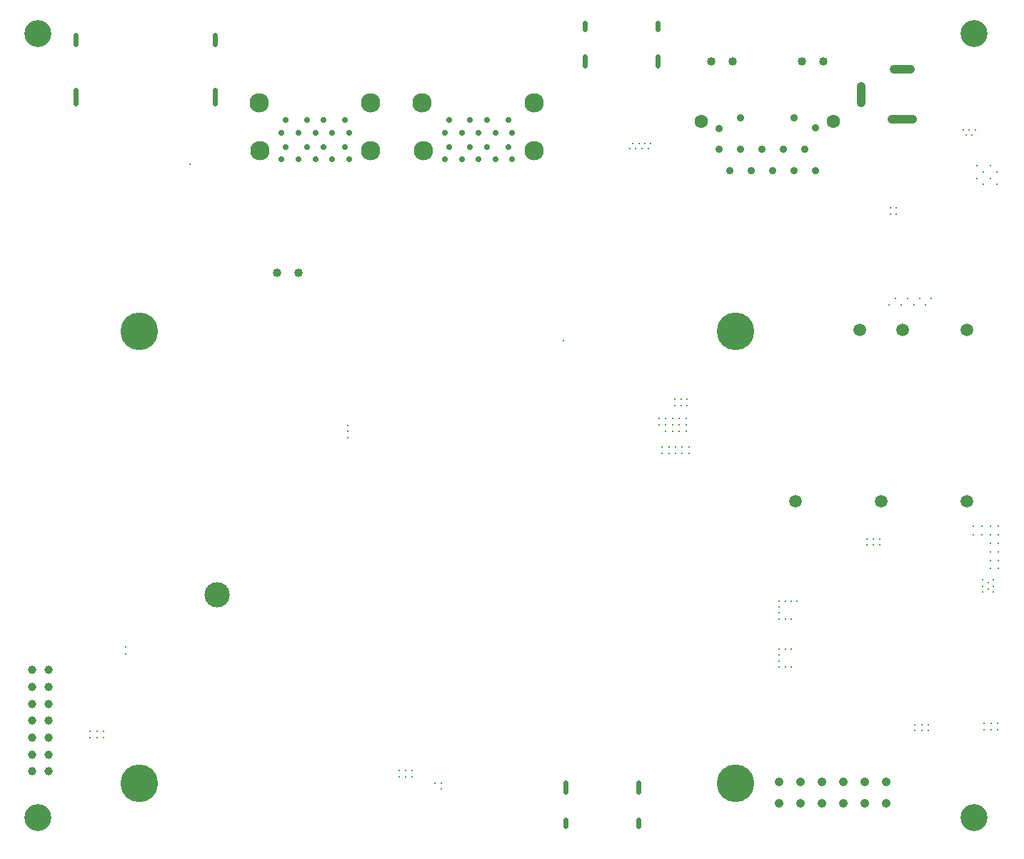
<source format=gbr>
%TF.GenerationSoftware,KiCad,Pcbnew,5.1.9+dfsg1-1*%
%TF.CreationDate,2022-05-02T11:56:59+02:00*%
%TF.ProjectId,kria-k26-devboard,6b726961-2d6b-4323-962d-646576626f61,rev?*%
%TF.SameCoordinates,Original*%
%TF.FileFunction,Plated,1,8,PTH,Mixed*%
%TF.FilePolarity,Positive*%
%FSLAX46Y46*%
G04 Gerber Fmt 4.6, Leading zero omitted, Abs format (unit mm)*
G04 Created by KiCad (PCBNEW 5.1.9+dfsg1-1) date 2022-05-02 11:56:59 commit 95c84ef*
%MOMM*%
%LPD*%
G01*
G04 APERTURE LIST*
%TA.AperFunction,ViaDrill*%
%ADD10C,0.100000*%
%TD*%
%TA.AperFunction,ViaDrill*%
%ADD11C,0.150000*%
%TD*%
%TA.AperFunction,ViaDrill*%
%ADD12C,0.200000*%
%TD*%
%TA.AperFunction,ViaDrill*%
%ADD13C,0.250000*%
%TD*%
G04 aperture for slot hole*
%TA.AperFunction,ComponentDrill*%
%ADD14C,0.600000*%
%TD*%
%TA.AperFunction,ComponentDrill*%
%ADD15C,0.700000*%
%TD*%
%TA.AperFunction,ComponentDrill*%
%ADD16C,0.889000*%
%TD*%
%TA.AperFunction,ComponentDrill*%
%ADD17C,1.000000*%
%TD*%
G04 aperture for slot hole*
%TA.AperFunction,ComponentDrill*%
%ADD18C,1.000000*%
%TD*%
%TA.AperFunction,ComponentDrill*%
%ADD19C,1.016000*%
%TD*%
%TA.AperFunction,ComponentDrill*%
%ADD20C,1.020000*%
%TD*%
%TA.AperFunction,ComponentDrill*%
%ADD21C,1.040000*%
%TD*%
%TA.AperFunction,ComponentDrill*%
%ADD22C,1.500000*%
%TD*%
%TA.AperFunction,ComponentDrill*%
%ADD23C,1.600000*%
%TD*%
%TA.AperFunction,ComponentDrill*%
%ADD24C,1.600200*%
%TD*%
%TA.AperFunction,ComponentDrill*%
%ADD25C,2.300000*%
%TD*%
%TA.AperFunction,ComponentDrill*%
%ADD26C,3.000000*%
%TD*%
%TA.AperFunction,ComponentDrill*%
%ADD27C,3.200000*%
%TD*%
%TA.AperFunction,ComponentDrill*%
%ADD28C,4.450000*%
%TD*%
G04 APERTURE END LIST*
D10*
X77800000Y-102310000D03*
X77800000Y-103700000D03*
X77950000Y-100867514D03*
X77950001Y-99477514D03*
X78000000Y-106500000D03*
X78000001Y-105110000D03*
X78100000Y-112700000D03*
X78150000Y-111400000D03*
X78200000Y-102705467D03*
X78200000Y-103301468D03*
X78350000Y-99872981D03*
X78350000Y-100468982D03*
X78350000Y-101298532D03*
X78350000Y-101894533D03*
X78350000Y-104098532D03*
X78350000Y-104694533D03*
X78425000Y-113206018D03*
X78425000Y-113801468D03*
X78550000Y-105505467D03*
X78550000Y-106101468D03*
X78575000Y-110010000D03*
X78600000Y-111798532D03*
X78600000Y-112394533D03*
X78749999Y-102290000D03*
X78750000Y-100900000D03*
X78824999Y-114197486D03*
X78825000Y-112807486D03*
X78849999Y-105090000D03*
X78850000Y-103700000D03*
X78875000Y-108567514D03*
X78875001Y-107177514D03*
X78900000Y-129350000D03*
X78975000Y-110405467D03*
X78975000Y-111001468D03*
X79125000Y-108998532D03*
X79125000Y-109594533D03*
X79225000Y-78530000D03*
X79275000Y-107572981D03*
X79275000Y-108168982D03*
X79374999Y-111397486D03*
X79390000Y-77430000D03*
X79390000Y-79640000D03*
X79524999Y-109990000D03*
X79525000Y-108600000D03*
X80175000Y-97750000D03*
X80200000Y-98750000D03*
X80480000Y-76970000D03*
X80480000Y-80110000D03*
X80700000Y-98250008D03*
X80700000Y-136000000D03*
X81550000Y-77430000D03*
X81560000Y-79640000D03*
X81725000Y-78530000D03*
X82300000Y-122400000D03*
X82325000Y-123025000D03*
X82350000Y-121100000D03*
X82350000Y-121750000D03*
X82500000Y-136000000D03*
X82900000Y-93600000D03*
X82900000Y-94200000D03*
X82900000Y-94800000D03*
X83000000Y-95700000D03*
X83075000Y-105750000D03*
X83075000Y-107250000D03*
X83075000Y-108750000D03*
X83075000Y-110250000D03*
X83200000Y-99175000D03*
X83254500Y-101650000D03*
X83600000Y-121100000D03*
X84030000Y-72725000D03*
X84150000Y-122800000D03*
X84150000Y-123850000D03*
X84200000Y-121900000D03*
X84500000Y-125350000D03*
X84632000Y-72725000D03*
X85100000Y-125800000D03*
X85154510Y-96070000D03*
X85160000Y-93340000D03*
X85160000Y-94250000D03*
X85160000Y-95170000D03*
X85178000Y-72725000D03*
X85250000Y-67150000D03*
X85780000Y-72721000D03*
X85800000Y-126450000D03*
X86000000Y-67825000D03*
X86000000Y-69799976D03*
X86100000Y-116900000D03*
X86100000Y-117800000D03*
X86100000Y-118700000D03*
X86100000Y-119600000D03*
X86190557Y-112251723D03*
X86230000Y-72700000D03*
X86500000Y-123700000D03*
X86550000Y-127100000D03*
X86700000Y-121800000D03*
X86750000Y-67200000D03*
X86832000Y-72700000D03*
X87000000Y-127699990D03*
X87378000Y-72700000D03*
X87980000Y-72696000D03*
X88140557Y-113601723D03*
X88250000Y-67200000D03*
X88400000Y-116900000D03*
X88400000Y-117500000D03*
X88400000Y-118900000D03*
X88400000Y-119600000D03*
X88706500Y-100469000D03*
X88706500Y-103009000D03*
X88706500Y-105549000D03*
X89263000Y-101747000D03*
X89263000Y-104287000D03*
X89263000Y-106827000D03*
X89300000Y-98275000D03*
X89300006Y-98900000D03*
X89346500Y-100476500D03*
X89346500Y-103016501D03*
X89346500Y-105556500D03*
X89400000Y-99525000D03*
X89446500Y-109359000D03*
X89446500Y-109994000D03*
X89446500Y-111264000D03*
X89446500Y-111899000D03*
X89446500Y-113169000D03*
X89446500Y-113804000D03*
X89446500Y-115074000D03*
X89446500Y-115709000D03*
X89446500Y-116979000D03*
X89446500Y-117614000D03*
X89446500Y-118884000D03*
X89446500Y-119519000D03*
X89446500Y-120789000D03*
X89446500Y-121424000D03*
X89446500Y-122694000D03*
X89446500Y-123329000D03*
X89446500Y-124599000D03*
X89446500Y-125234000D03*
X89446500Y-126504000D03*
X89446500Y-127139000D03*
X89446500Y-128409000D03*
X89446500Y-129044000D03*
X89446500Y-130314000D03*
X89446500Y-130949000D03*
X89446500Y-132219000D03*
X89446500Y-132854000D03*
X89446500Y-134124000D03*
X89446500Y-134759000D03*
X89446500Y-136029000D03*
X89446500Y-136664000D03*
X89673000Y-101747000D03*
X89673000Y-104287000D03*
X89673000Y-106827000D03*
X89750000Y-67200000D03*
X89800000Y-69500000D03*
X89925000Y-98275000D03*
X90225000Y-75325000D03*
X90250000Y-71400000D03*
X90299710Y-132227333D03*
X90300000Y-108100000D03*
X90300000Y-110005000D03*
X90300000Y-111270000D03*
X90300000Y-111910000D03*
X90300000Y-113815000D03*
X90300000Y-115080000D03*
X90300000Y-115720000D03*
X90300000Y-116985000D03*
X90300000Y-117625000D03*
X90300000Y-118890000D03*
X90300000Y-119530000D03*
X90300000Y-120795000D03*
X90300000Y-121435000D03*
X90300000Y-122700000D03*
X90300000Y-123340000D03*
X90300000Y-124605000D03*
X90300000Y-125245000D03*
X90300000Y-126510000D03*
X90300000Y-127150000D03*
X90300000Y-128415000D03*
X90300000Y-129055000D03*
X90300000Y-130320000D03*
X90300000Y-130960000D03*
X90300000Y-132865000D03*
X90300000Y-134130000D03*
X90300000Y-134770000D03*
X90306500Y-100476500D03*
X90306500Y-103016500D03*
X90306500Y-105556500D03*
X90313000Y-101743000D03*
X90313000Y-104283000D03*
X90313000Y-106823000D03*
X90320704Y-113195704D03*
X90343031Y-109396769D03*
X90375000Y-98570000D03*
X90375000Y-99195000D03*
X90406500Y-136029000D03*
X90406500Y-136664000D03*
X90500000Y-73250000D03*
X90700000Y-69500000D03*
X90700000Y-83700000D03*
X90940000Y-100476500D03*
X90940000Y-103016500D03*
X90940000Y-105556500D03*
X91000000Y-74850000D03*
X91166500Y-101754000D03*
X91166500Y-104294000D03*
X91166500Y-106834000D03*
X91166500Y-108104000D03*
X91166500Y-109373999D03*
X91166500Y-110009000D03*
X91166500Y-111278999D03*
X91166500Y-111914000D03*
X91166500Y-113183999D03*
X91166500Y-113819000D03*
X91166500Y-115088999D03*
X91166500Y-115724000D03*
X91166500Y-116993999D03*
X91166500Y-117629000D03*
X91166500Y-118898999D03*
X91166500Y-119534000D03*
X91166500Y-120803999D03*
X91166500Y-121439000D03*
X91166500Y-122708999D03*
X91166500Y-123344000D03*
X91166500Y-124613999D03*
X91166500Y-125249000D03*
X91166500Y-126518999D03*
X91166500Y-127154000D03*
X91166500Y-128423999D03*
X91166500Y-129059000D03*
X91166500Y-130328999D03*
X91166500Y-130964000D03*
X91166500Y-132233999D03*
X91166500Y-132869000D03*
X91166500Y-134138999D03*
X91166500Y-134774000D03*
X91300000Y-75700000D03*
X91350000Y-100476500D03*
X91350000Y-103016500D03*
X91350000Y-105556500D03*
X91450000Y-75200000D03*
X91550000Y-67750000D03*
X91650000Y-69350000D03*
X91803000Y-101746500D03*
X91803000Y-104286500D03*
X91803000Y-106826500D03*
X91900000Y-85050000D03*
X91900000Y-85600000D03*
X91900000Y-86100000D03*
X91900000Y-86700000D03*
X91978073Y-123320573D03*
X91981386Y-111940828D03*
X91986500Y-100469000D03*
X91986500Y-103009000D03*
X91986500Y-105549000D03*
X91986500Y-108089000D03*
X91986500Y-109359000D03*
X91986500Y-109994000D03*
X91986500Y-113169000D03*
X91986500Y-113804000D03*
X91986500Y-115074000D03*
X91986500Y-115709000D03*
X91986500Y-116979000D03*
X91986500Y-117614000D03*
X91986500Y-118884000D03*
X91986500Y-119519000D03*
X91986500Y-120789000D03*
X91986500Y-121424000D03*
X91986500Y-122694000D03*
X91986500Y-124599000D03*
X91986500Y-125234000D03*
X91986500Y-126504000D03*
X91986500Y-127139000D03*
X91986500Y-128409000D03*
X91986500Y-129044000D03*
X91986500Y-130314000D03*
X91986500Y-130949000D03*
X91986500Y-132219000D03*
X91986500Y-132854000D03*
X91986500Y-134124000D03*
X91986500Y-134759000D03*
X91986500Y-136029000D03*
X91986500Y-136664000D03*
X91988383Y-111231816D03*
X92007000Y-75204510D03*
X92213000Y-101746500D03*
X92213000Y-104286500D03*
X92213000Y-106826500D03*
X92250000Y-67200000D03*
X92375000Y-149300000D03*
X92553000Y-75204510D03*
X92800000Y-98600000D03*
X92800000Y-99225000D03*
X92840000Y-100480000D03*
X92840000Y-103020000D03*
X92840000Y-105560000D03*
X92840000Y-108100000D03*
X92840000Y-109365000D03*
X92840000Y-110005000D03*
X92840000Y-113175000D03*
X92840000Y-113815000D03*
X92840000Y-115080000D03*
X92840000Y-115720000D03*
X92840000Y-117625000D03*
X92840000Y-118890000D03*
X92840000Y-119530000D03*
X92840000Y-120795000D03*
X92840000Y-121435000D03*
X92840000Y-122700000D03*
X92840000Y-125245000D03*
X92840000Y-126510000D03*
X92840000Y-127150000D03*
X92840000Y-128415000D03*
X92840000Y-129055000D03*
X92840000Y-130320000D03*
X92840000Y-130960000D03*
X92840000Y-132225000D03*
X92840000Y-132865000D03*
X92840000Y-134130000D03*
X92840000Y-134770000D03*
X92846500Y-101746500D03*
X92846500Y-104286500D03*
X92846500Y-106826500D03*
X92852386Y-123338751D03*
X92854510Y-111910000D03*
X92863470Y-111293470D03*
X92946500Y-136029000D03*
X92998266Y-87900000D03*
X93050000Y-75200000D03*
X93250000Y-69400000D03*
X93250000Y-75700000D03*
X93300000Y-67250000D03*
X93301171Y-88334371D03*
X93400000Y-83700000D03*
X93480000Y-100476000D03*
X93480000Y-103016000D03*
X93480000Y-105556000D03*
X93480000Y-108096000D03*
X93500000Y-74850000D03*
X93697073Y-118908426D03*
X93706500Y-109373999D03*
X93706500Y-110009000D03*
X93706500Y-111278999D03*
X93706500Y-111914000D03*
X93706500Y-113183999D03*
X93706500Y-115088999D03*
X93706500Y-115724000D03*
X93706500Y-117629000D03*
X93706500Y-119534000D03*
X93706500Y-120803999D03*
X93706500Y-121439000D03*
X93706500Y-122708999D03*
X93706500Y-123344000D03*
X93706500Y-125249000D03*
X93706500Y-126510000D03*
X93706500Y-127154000D03*
X93706500Y-128423999D03*
X93706500Y-129059000D03*
X93706500Y-130328999D03*
X93706500Y-130964000D03*
X93706500Y-132233999D03*
X93706500Y-132869000D03*
X93706500Y-134138999D03*
X93706500Y-134774000D03*
X93750000Y-98000000D03*
X93750000Y-98600000D03*
X93750000Y-99225000D03*
X93800000Y-89200000D03*
X93806500Y-101746499D03*
X93806500Y-104286499D03*
X93806500Y-106826499D03*
X93890000Y-100476000D03*
X93890000Y-103016000D03*
X93890000Y-105556000D03*
X93890000Y-108096000D03*
X94050000Y-73250000D03*
X94100000Y-75500000D03*
X94150000Y-69450000D03*
X94300000Y-87900000D03*
X94446500Y-101754000D03*
X94446500Y-104294000D03*
X94446500Y-106834000D03*
X94490000Y-115720000D03*
X94500000Y-83700000D03*
X94550000Y-143650000D03*
X94575000Y-148075000D03*
X94650000Y-132150000D03*
X94650000Y-133150000D03*
X94700000Y-84600000D03*
X94975000Y-139850000D03*
X95450000Y-119000000D03*
X95475001Y-143575000D03*
X95550000Y-134600000D03*
X95550000Y-135850000D03*
X95700000Y-138150000D03*
X96000000Y-119550000D03*
X96100000Y-87300000D03*
X96112755Y-120782713D03*
X96150000Y-75500000D03*
X96150000Y-138150000D03*
X96195936Y-117579064D03*
X96200000Y-84500000D03*
X96224998Y-118400000D03*
X96225004Y-115825000D03*
X96250000Y-116400000D03*
X96299997Y-116975003D03*
X96300000Y-119000000D03*
X96450000Y-145850000D03*
X96450000Y-148150000D03*
X96575000Y-98000000D03*
X96600000Y-99000000D03*
X96700000Y-139400000D03*
X97375000Y-141025000D03*
X97640000Y-144740000D03*
X98025000Y-149300000D03*
X98025000Y-150900000D03*
X98175000Y-95025000D03*
X98250000Y-97250000D03*
X98300000Y-88700000D03*
X98300000Y-89700000D03*
X98600000Y-144700000D03*
X99007032Y-117570941D03*
X99400000Y-72150000D03*
X99600000Y-98500000D03*
X99675000Y-116200000D03*
X99925000Y-116700000D03*
X99940472Y-117790472D03*
X99966281Y-118317635D03*
X100125000Y-94100000D03*
X100150000Y-115925000D03*
X100300000Y-72150000D03*
X100332000Y-97843002D03*
X100464998Y-136050000D03*
X100487000Y-105697107D03*
X100490000Y-135200000D03*
X100515000Y-133500000D03*
X100515000Y-134350000D03*
X100650000Y-141900000D03*
X101118000Y-97843002D03*
X101273000Y-105697107D03*
X101650000Y-144200000D03*
X102810978Y-141900000D03*
X103150000Y-133300000D03*
X103150000Y-134600000D03*
X103150000Y-135800000D03*
X103900000Y-132490000D03*
X104150000Y-134950000D03*
X104250000Y-134150000D03*
X104300000Y-95700000D03*
X104399997Y-136800003D03*
X104400000Y-132500000D03*
X104400000Y-137400000D03*
X104400000Y-137925000D03*
X104900675Y-132501006D03*
X104950000Y-134950000D03*
X105000000Y-139950000D03*
X105000000Y-140925000D03*
X105050000Y-134150000D03*
X105075000Y-141875000D03*
X105400000Y-132475000D03*
X105590557Y-117251723D03*
X105625000Y-139825000D03*
X105625000Y-140400000D03*
X105625000Y-141000000D03*
X105900000Y-144570000D03*
X105950000Y-144000000D03*
X106175000Y-142225000D03*
X106396479Y-138970348D03*
X106400000Y-143775000D03*
X106475000Y-133375000D03*
X106490557Y-102551723D03*
X106600000Y-145525000D03*
X106600038Y-137980000D03*
X106900000Y-90600000D03*
X107010017Y-103714983D03*
X107200000Y-97950000D03*
X107250000Y-121925000D03*
X107328405Y-135422948D03*
X107350000Y-97275000D03*
X107380594Y-137438968D03*
X107444510Y-138890675D03*
X107500000Y-90600000D03*
X107575000Y-145550000D03*
X107687607Y-75611600D03*
X107687607Y-77001601D03*
X107990557Y-118651723D03*
X108000000Y-138900000D03*
X108050000Y-90600000D03*
X108087606Y-76007067D03*
X108087607Y-76603068D03*
X108175000Y-122750000D03*
X108177013Y-142755879D03*
X108300000Y-94650000D03*
X108300000Y-137500000D03*
X108300000Y-147200000D03*
X108351465Y-78037606D03*
X108375000Y-145550000D03*
X108546672Y-142185225D03*
X108650000Y-90600000D03*
X108650002Y-139000000D03*
X108746932Y-77637607D03*
X109125000Y-117650000D03*
X109300000Y-147200000D03*
X109342933Y-77637606D03*
X109350000Y-145525000D03*
X109400000Y-137100000D03*
X109450000Y-142075000D03*
X109525000Y-143775001D03*
X109741466Y-78037606D03*
X109750000Y-141200000D03*
X109779267Y-77006197D03*
X109850000Y-144200000D03*
X110100000Y-117700000D03*
X110177800Y-77406197D03*
X110300000Y-147200000D03*
X110387893Y-141199865D03*
X110399996Y-140601495D03*
X110400000Y-71650000D03*
X110400000Y-138245490D03*
X110400000Y-138954510D03*
X110400000Y-139550000D03*
X110401486Y-140101486D03*
X110500000Y-137500000D03*
X110750000Y-118325000D03*
X110773801Y-77406196D03*
X111000000Y-123325000D03*
X111025000Y-119250000D03*
X111077000Y-105734571D03*
X111100000Y-97050000D03*
X111103011Y-142900000D03*
X111130732Y-77818803D03*
X111169268Y-77006198D03*
X111300000Y-147200000D03*
X111500000Y-137500000D03*
X111526199Y-77418804D03*
X111863000Y-105734571D03*
X112000000Y-123550000D03*
X112050000Y-62750000D03*
X112085000Y-144165000D03*
X112100000Y-138954510D03*
X112122200Y-77418803D03*
X112125000Y-96025000D03*
X112300000Y-147200000D03*
X112520733Y-77818803D03*
X112600000Y-137100000D03*
X112600000Y-138954510D03*
X112775000Y-120175000D03*
X112891000Y-76592931D03*
X112912000Y-72576177D03*
X112950000Y-62750000D03*
X113100000Y-143475000D03*
X113180000Y-74094000D03*
X113189000Y-75791000D03*
X113290000Y-88300000D03*
X113300000Y-147200000D03*
X113320000Y-87450000D03*
X113350000Y-85430000D03*
X113350000Y-86560000D03*
X113450000Y-123375000D03*
X113487000Y-76592931D03*
X113508000Y-72576177D03*
X113525000Y-119325000D03*
X113850000Y-62750000D03*
X113875000Y-74175000D03*
X114027000Y-118889999D03*
X114027000Y-123710000D03*
X114175000Y-77700000D03*
X114300000Y-147200000D03*
X114350000Y-140100000D03*
X114350000Y-140600000D03*
X114350000Y-141100000D03*
X114350000Y-141600000D03*
X114350000Y-142100000D03*
X114450000Y-120900000D03*
X114450000Y-121600000D03*
X114627000Y-118890000D03*
X114627000Y-123710001D03*
X114875000Y-77725000D03*
X115173000Y-118889999D03*
X115173000Y-123710000D03*
X115300000Y-120900000D03*
X115300000Y-121600000D03*
X115300000Y-147200000D03*
X115425449Y-76546503D03*
X115454606Y-87763898D03*
X115455449Y-72527750D03*
X115456942Y-86981860D03*
X115468421Y-88616340D03*
X115506942Y-84524862D03*
X115506942Y-85424861D03*
X115723449Y-74095572D03*
X115723449Y-75794571D03*
X115777000Y-118885999D03*
X115777000Y-123706000D03*
X115850000Y-93025000D03*
X116021449Y-76546503D03*
X116050000Y-128500000D03*
X116051449Y-72527750D03*
X116475000Y-74075000D03*
X116565557Y-77576723D03*
X116713396Y-98511492D03*
X116734877Y-99389194D03*
X116765000Y-97155000D03*
X116800000Y-122600000D03*
X116800000Y-139400000D03*
X116800000Y-140250000D03*
X116800000Y-141100000D03*
X116800000Y-141950000D03*
X116800000Y-142800000D03*
X116875000Y-74550000D03*
X117060810Y-127744320D03*
X117100000Y-71500000D03*
X117267350Y-99884004D03*
X117279975Y-98938343D03*
X117282713Y-97605000D03*
X117400000Y-118300000D03*
X117425000Y-126800000D03*
X117500000Y-126225000D03*
X117700000Y-85875000D03*
X117700000Y-86750000D03*
X117700000Y-87575000D03*
X117725000Y-84150000D03*
X117725000Y-85000000D03*
X117750000Y-81450000D03*
X117750000Y-145100000D03*
X117753064Y-127450889D03*
X117800000Y-147000000D03*
X117850000Y-74499991D03*
X117983494Y-128597113D03*
X118016942Y-77839861D03*
X118075000Y-89250000D03*
X118100000Y-65750000D03*
X118100000Y-66650000D03*
X118100000Y-67550000D03*
X118200000Y-122600000D03*
X118200000Y-123550000D03*
X118252316Y-129076955D03*
X118400000Y-80100000D03*
X118500000Y-89250000D03*
X118700000Y-129500000D03*
X118815942Y-77831394D03*
X118822410Y-88822937D03*
X119100000Y-121700008D03*
X119200000Y-80100000D03*
X119200000Y-130000000D03*
X119220943Y-89222937D03*
X119410000Y-81840000D03*
X119410000Y-83190000D03*
X119410000Y-84540000D03*
X119410000Y-85890000D03*
X119410000Y-87240000D03*
X119425000Y-93150000D03*
X119431058Y-95173939D03*
X119434534Y-92569722D03*
X119672749Y-77811981D03*
X119816943Y-89222937D03*
X119829590Y-95573939D03*
X119830001Y-92169722D03*
X119900000Y-119975000D03*
X119900000Y-120975000D03*
X120100000Y-77150000D03*
X120100000Y-80100000D03*
X120110000Y-76560000D03*
X120130557Y-98191723D03*
X120130557Y-98941723D03*
X120212410Y-88822937D03*
X120425591Y-95573939D03*
X120426002Y-92169722D03*
X120500000Y-76250000D03*
X120575000Y-101375014D03*
X120630864Y-77300000D03*
X120641850Y-102109513D03*
X120760000Y-81840000D03*
X120760000Y-83190000D03*
X120760000Y-84540000D03*
X120760000Y-85890000D03*
X120760000Y-87240000D03*
X120821058Y-95173939D03*
X120824535Y-92569722D03*
X120870557Y-96041723D03*
X121007020Y-91769722D03*
X121030000Y-76900000D03*
X121130557Y-98191723D03*
X121130557Y-98941723D03*
X121174323Y-102604323D03*
X121411883Y-92169722D03*
X121626001Y-76900000D03*
X121917851Y-103219453D03*
X122007884Y-92169722D03*
X122022408Y-88822937D03*
X122025001Y-76420000D03*
X122030864Y-77300000D03*
X122110000Y-81840000D03*
X122110000Y-83190000D03*
X122110000Y-84540000D03*
X122110000Y-85890000D03*
X122110000Y-87240000D03*
X122130557Y-98191723D03*
X122130557Y-99691723D03*
X122410000Y-91770000D03*
X122420941Y-89222937D03*
X122423533Y-76820000D03*
X122462145Y-129812145D03*
X122505309Y-94475000D03*
X122615557Y-96026723D03*
X122675000Y-102655000D03*
X122750000Y-132550000D03*
X122825474Y-80249663D03*
X122900775Y-94075000D03*
X123016941Y-89222937D03*
X123019534Y-76820000D03*
X123050000Y-114850000D03*
X123075000Y-129225000D03*
X123150000Y-145400000D03*
X123220941Y-79849663D03*
X123400000Y-142800000D03*
X123400000Y-144100000D03*
X123412408Y-88822937D03*
X123415001Y-76420000D03*
X123425000Y-74675000D03*
X123460000Y-81840000D03*
X123460000Y-83190000D03*
X123460000Y-84540000D03*
X123460000Y-85890000D03*
X123460000Y-87240000D03*
X123496777Y-94075000D03*
X123600000Y-71900000D03*
X123600000Y-72600000D03*
X123600000Y-127300000D03*
X123600000Y-131600000D03*
X123624396Y-77220000D03*
X123700000Y-113000000D03*
X123700000Y-113550000D03*
X123700000Y-130500000D03*
X123700000Y-131050000D03*
X123816941Y-79849663D03*
X123850000Y-132550000D03*
X123850000Y-148000000D03*
X123850000Y-149300000D03*
X123895310Y-94475000D03*
X124023532Y-76820000D03*
X124100000Y-145400000D03*
X124200000Y-100480000D03*
X124215474Y-80249663D03*
X124356533Y-94479921D03*
X124590000Y-137600000D03*
X124619533Y-76820000D03*
X124751999Y-94079921D03*
X124780930Y-101080000D03*
X124810000Y-81840000D03*
X124810000Y-83190000D03*
X124810000Y-84540000D03*
X124810000Y-85890000D03*
X124810000Y-87240000D03*
X125013350Y-76500000D03*
X125024396Y-77220000D03*
X125100000Y-96700000D03*
X125150000Y-148000000D03*
X125150000Y-149300000D03*
X125348000Y-94079921D03*
X125411882Y-76900000D03*
X125500000Y-98900000D03*
X125746534Y-94479921D03*
X126000000Y-118500000D03*
X126007883Y-76900000D03*
X126020941Y-79846785D03*
X126325000Y-130775000D03*
X126400000Y-96200000D03*
X126403350Y-76500000D03*
X126407018Y-86841393D03*
X126407018Y-88231393D03*
X126450000Y-113200000D03*
X126616941Y-79846785D03*
X126680000Y-137600000D03*
X126807018Y-87236860D03*
X126807018Y-87832860D03*
X127037607Y-75561600D03*
X127037607Y-76951601D03*
X127100000Y-100000000D03*
X127437606Y-75957067D03*
X127437607Y-76553068D03*
X127701465Y-77987606D03*
X127796163Y-137773446D03*
X127812967Y-135404510D03*
X128103999Y-77600001D03*
X128150000Y-137250000D03*
X128500000Y-92700000D03*
X128500000Y-94900000D03*
X128550000Y-142800000D03*
X128550000Y-144100000D03*
X128550000Y-149300000D03*
X128700000Y-77600000D03*
X128748585Y-135854510D03*
X128789201Y-81343821D03*
X128800000Y-80025000D03*
X128850000Y-90700001D03*
X128900000Y-84400000D03*
X128980000Y-91470000D03*
X129091466Y-77987606D03*
X129129267Y-76956197D03*
X129275000Y-82950000D03*
X129300000Y-121000000D03*
X129353803Y-84646782D03*
X129353803Y-86046782D03*
X129500000Y-89999999D03*
X129500000Y-91400000D03*
X129528999Y-77375001D03*
X129600000Y-135500000D03*
X129625000Y-149325000D03*
X129700000Y-94300000D03*
X129753803Y-85045918D03*
X129753803Y-85641919D03*
X129753803Y-86627800D03*
X129753803Y-87223801D03*
X129850000Y-142800000D03*
X129850000Y-144100000D03*
X130125000Y-77375000D03*
X130153803Y-86229267D03*
X130153803Y-87619268D03*
X130200000Y-135500000D03*
X130480732Y-77768803D03*
X130519268Y-76956198D03*
X130725000Y-149325000D03*
X130750000Y-82250000D03*
X130750000Y-82850000D03*
X130750000Y-83450000D03*
X130750000Y-84050000D03*
X130750000Y-147850000D03*
X130850000Y-109925000D03*
X130876199Y-77368804D03*
X130949323Y-135500677D03*
X130950000Y-89250000D03*
X131125000Y-121775000D03*
X131150000Y-131250000D03*
X131150000Y-142800000D03*
X131150000Y-144100000D03*
X131150000Y-145450000D03*
X131175000Y-120275000D03*
X131200000Y-118775000D03*
X131200000Y-129800000D03*
X131450000Y-62650000D03*
X131472200Y-77368803D03*
X131500000Y-135550000D03*
X131825000Y-149325000D03*
X131850000Y-138000000D03*
X131870733Y-77768803D03*
X132261000Y-76548931D03*
X132262000Y-72526177D03*
X132350000Y-62650000D03*
X132559000Y-75747000D03*
X132560000Y-74100000D03*
X132857000Y-76548931D03*
X132858000Y-72526177D03*
X133250000Y-62650000D03*
X133250000Y-111700000D03*
X133350000Y-74100000D03*
X133370000Y-115780000D03*
X133370000Y-117270000D03*
X133400000Y-112800000D03*
X133400000Y-114300000D03*
X133400000Y-118275000D03*
X133500000Y-123825000D03*
X133500000Y-135900000D03*
X133700000Y-117800000D03*
X133978761Y-137021239D03*
X134245000Y-118801446D03*
X134245000Y-119397446D03*
X134245000Y-122652000D03*
X134245000Y-123248000D03*
X134300000Y-92350000D03*
X134600000Y-91050000D03*
X134745000Y-118649446D03*
X134745000Y-119649446D03*
X134745000Y-122400000D03*
X134745000Y-123400000D03*
X134800000Y-92350000D03*
X134804449Y-76500504D03*
X134805449Y-72477750D03*
X135093449Y-74051572D03*
X135102449Y-75748572D03*
X135400000Y-120727000D03*
X135400000Y-121323000D03*
X135400449Y-76500504D03*
X135401449Y-72477750D03*
X135550000Y-97625000D03*
X135550000Y-144350000D03*
X135550000Y-145650000D03*
X135550000Y-146950001D03*
X135740000Y-135550000D03*
X135800000Y-132500000D03*
X135895000Y-120500000D03*
X135895000Y-121500000D03*
X135900000Y-74050000D03*
X136200000Y-125500000D03*
X136200000Y-135000000D03*
X136450000Y-149300000D03*
X136800677Y-116100000D03*
X136808192Y-116649946D03*
X136850000Y-144350000D03*
X136850000Y-145650000D03*
X136850000Y-146950000D03*
X136875000Y-118625000D03*
X136900000Y-74500000D03*
X136900000Y-130200000D03*
X137100000Y-129575000D03*
X137300000Y-119400000D03*
X137325000Y-120900000D03*
X137375000Y-121400000D03*
X137400000Y-121950000D03*
X137450000Y-65650000D03*
X137450000Y-66550000D03*
X137450000Y-67450000D03*
X137500000Y-93900000D03*
X137525000Y-71350000D03*
X137600000Y-127100000D03*
X137700000Y-124700000D03*
X137700000Y-126100000D03*
X137775000Y-118575000D03*
X137800000Y-82050000D03*
X137800000Y-123600000D03*
X137800000Y-136300000D03*
X137900000Y-89400000D03*
X138100000Y-80750000D03*
X138208003Y-137200000D03*
X138246089Y-113336396D03*
X138275000Y-119800000D03*
X138299122Y-111833794D03*
X138300000Y-82049999D03*
X138325000Y-122975000D03*
X138600000Y-128900000D03*
X138750000Y-125525000D03*
X138775000Y-118975000D03*
X138775000Y-126450000D03*
X138975000Y-115275000D03*
X139025000Y-121050000D03*
X139025000Y-123200000D03*
X139250000Y-119600000D03*
X139274999Y-91875000D03*
X139325000Y-127300000D03*
X139400000Y-136200000D03*
X139425000Y-115275000D03*
X139675000Y-118925000D03*
X139700000Y-119600000D03*
X139775000Y-124350000D03*
X139872435Y-113972792D03*
X139875000Y-115275000D03*
X139925000Y-121075000D03*
X139925000Y-123200000D03*
X140150000Y-119600000D03*
X140300000Y-118900000D03*
X140390470Y-128351992D03*
X140401076Y-131629432D03*
X140450000Y-86850000D03*
X140491154Y-110843845D03*
X140500000Y-123200000D03*
X140850000Y-63150000D03*
X140915418Y-114874353D03*
X141100000Y-95400000D03*
X141100000Y-143400000D03*
X141250000Y-116300000D03*
X141400000Y-79100000D03*
X141400000Y-117900000D03*
X141400000Y-121400000D03*
X141425000Y-122000000D03*
X141772864Y-125576598D03*
X141772864Y-126524121D03*
X141870012Y-115015775D03*
X141900000Y-96100000D03*
X141950000Y-75550000D03*
X142098133Y-126015004D03*
X142098133Y-126920101D03*
X142100000Y-109575000D03*
X142150000Y-108575000D03*
X142160000Y-142260000D03*
X142250000Y-61750000D03*
X142525000Y-116825000D03*
X142525000Y-120875000D03*
X142545277Y-125304333D03*
X142575000Y-91625000D03*
X142653212Y-128104505D03*
X142700000Y-127500000D03*
X142725002Y-81550000D03*
X142775000Y-87500000D03*
X142850000Y-61150000D03*
X142850000Y-61750000D03*
X142900000Y-95600000D03*
X142900000Y-117850000D03*
X142915937Y-88288862D03*
X142975000Y-124325000D03*
X143089771Y-114715254D03*
X143170000Y-70380000D03*
X143200000Y-67400000D03*
X143300000Y-81600000D03*
X143325000Y-115525000D03*
X143342789Y-87742284D03*
X143375000Y-118275000D03*
X143400000Y-72000000D03*
X143400000Y-72600000D03*
X143450000Y-61150000D03*
X143450000Y-61750000D03*
X143475000Y-119075000D03*
X143600000Y-94900000D03*
X143600000Y-145200000D03*
X143790000Y-117891010D03*
X143800000Y-118691010D03*
X144077000Y-140476998D03*
X144100000Y-145200000D03*
X144350000Y-142300000D03*
X144440000Y-63260000D03*
X144500000Y-79600000D03*
X144500000Y-113775000D03*
X144525000Y-113225000D03*
X144600000Y-62000000D03*
X144600000Y-145200000D03*
X144623000Y-140476998D03*
X144700000Y-111500000D03*
X144757002Y-89015076D03*
X144800000Y-83300000D03*
X145000000Y-79100000D03*
X145032626Y-126403913D03*
X145050000Y-125500000D03*
X145100000Y-60500000D03*
X145100000Y-63220000D03*
X145100000Y-145200000D03*
X145600000Y-79100000D03*
X145600000Y-113050000D03*
X145817662Y-94884062D03*
X145830000Y-116030000D03*
X145850000Y-113850000D03*
X145950000Y-58450000D03*
X145950000Y-118760000D03*
X145970000Y-117840000D03*
X146254673Y-94386349D03*
X146400000Y-79500000D03*
X146402000Y-63548002D03*
X146450000Y-58475000D03*
X146562999Y-84097649D03*
X146651010Y-113800000D03*
X146700000Y-62000000D03*
X146724154Y-94935666D03*
X146730000Y-116020000D03*
X146850000Y-108850000D03*
X146850000Y-111175000D03*
X146852000Y-106325000D03*
X146899323Y-112299323D03*
X146950000Y-58450000D03*
X146998000Y-63548002D03*
X147000000Y-79500000D03*
X147000000Y-80200000D03*
X147040000Y-88030000D03*
X147050000Y-89390000D03*
X147151006Y-94389087D03*
X147159000Y-84097649D03*
X147250000Y-78050000D03*
X147450000Y-58475000D03*
X147452000Y-106325000D03*
X147452000Y-108850000D03*
X147452000Y-111175000D03*
X147475000Y-72800000D03*
X147475000Y-73400000D03*
X147475000Y-74000000D03*
X147475000Y-74600000D03*
X147580000Y-120550000D03*
X147580000Y-122790000D03*
X147600000Y-94910000D03*
X147700000Y-91100000D03*
X147700000Y-142400000D03*
X147797220Y-127755115D03*
X147927000Y-112350000D03*
X147950000Y-60300000D03*
X147950000Y-69850000D03*
X147950000Y-113400000D03*
X147998000Y-106325000D03*
X147998000Y-108850000D03*
X147998000Y-111175000D03*
X148047908Y-84100684D03*
X148075000Y-71600000D03*
X148075000Y-72200000D03*
X148075000Y-72800000D03*
X148075000Y-73400000D03*
X148075000Y-74000000D03*
X148075000Y-74600000D03*
X148075000Y-75200000D03*
X148075000Y-75800000D03*
X148100000Y-78049999D03*
X148170000Y-86910000D03*
X148170000Y-88030000D03*
X148170000Y-90520000D03*
X148180000Y-89390000D03*
X148230706Y-113838561D03*
X148250000Y-122775000D03*
X148250001Y-116030000D03*
X148282843Y-128533095D03*
X148480000Y-120550000D03*
X148504668Y-94884062D03*
X148523000Y-112350000D03*
X148595911Y-92664035D03*
X148600000Y-108846000D03*
X148600000Y-111171000D03*
X148602000Y-106321000D03*
X148643909Y-84100684D03*
X148675000Y-71600000D03*
X148675000Y-72200000D03*
X148675000Y-72800000D03*
X148675000Y-73400000D03*
X148675000Y-74000000D03*
X148675000Y-74600000D03*
X148675000Y-75200000D03*
X148675000Y-75800000D03*
X148782841Y-129833095D03*
X148800000Y-66425000D03*
X148800000Y-69850000D03*
X148800000Y-78050000D03*
X149000000Y-123950000D03*
X149070354Y-94884062D03*
X149211775Y-92621320D03*
X149275000Y-72800000D03*
X149275000Y-73400000D03*
X149275000Y-74000000D03*
X149275000Y-74600000D03*
X149450000Y-113800000D03*
X149450000Y-122725000D03*
X149480000Y-116030000D03*
X149520000Y-90510000D03*
X149530000Y-86910000D03*
X149530000Y-88030000D03*
X149530000Y-89390000D03*
X149547907Y-84100684D03*
X149600000Y-120550002D03*
X149650000Y-78050000D03*
X149652198Y-94917409D03*
X149900000Y-91100000D03*
X149900000Y-111750000D03*
X149950000Y-122900000D03*
X150100000Y-113150000D03*
X150143908Y-84100684D03*
X150300000Y-94430000D03*
X150377700Y-94927803D03*
X150450010Y-122723314D03*
X150500000Y-117860000D03*
X150500000Y-119870000D03*
X150500000Y-120550000D03*
X150600000Y-113200000D03*
X150610000Y-115530000D03*
X150640000Y-88030000D03*
X150650000Y-89390000D03*
X150650000Y-113800000D03*
X150700000Y-60600000D03*
X150700000Y-61200000D03*
X150750000Y-109450000D03*
X150750000Y-111500000D03*
X150750000Y-111924998D03*
X151047911Y-84100684D03*
X151103202Y-94931718D03*
X151108680Y-94373269D03*
X151200000Y-67225000D03*
X151300000Y-60600000D03*
X151300000Y-61200000D03*
X151421142Y-127550000D03*
X151643911Y-84100684D03*
X151700000Y-107200000D03*
X151700000Y-109400000D03*
X151700000Y-111500000D03*
X151700000Y-111925002D03*
X151750000Y-74250000D03*
X151850000Y-68800000D03*
X151900000Y-60600000D03*
X151900000Y-61200000D03*
X152100000Y-92800000D03*
X152100000Y-93500000D03*
X152250000Y-123400000D03*
X152650000Y-111500000D03*
X152650000Y-111950000D03*
X152700000Y-115100000D03*
X152700000Y-117900000D03*
X152725000Y-119875000D03*
X152775000Y-113200000D03*
X153168986Y-93662874D03*
X153200000Y-71400000D03*
X153225000Y-110000000D03*
X153300000Y-68700000D03*
X153375000Y-74225000D03*
X153400000Y-125450000D03*
X153449390Y-88449390D03*
X153595837Y-93116295D03*
X154500000Y-68700000D03*
X155000000Y-71400000D03*
X155125000Y-92000000D03*
X155200000Y-90125000D03*
X155225000Y-89175000D03*
X155940000Y-102375000D03*
X155940000Y-104915000D03*
X155940000Y-107455000D03*
X155940000Y-109995000D03*
X155940001Y-111264500D03*
X155940001Y-113169500D03*
X155940001Y-115074500D03*
X155940001Y-116979500D03*
X155940001Y-118884500D03*
X155940001Y-120789500D03*
X155940001Y-122694500D03*
X155940001Y-124599500D03*
X155940001Y-126504500D03*
X155940001Y-128409500D03*
X155940001Y-132219500D03*
X155940001Y-134759500D03*
X156300000Y-86400000D03*
X156700000Y-85100000D03*
X156700000Y-85600000D03*
X156900001Y-133489500D03*
X156900001Y-136029500D03*
X156913001Y-130976500D03*
X156920000Y-129680000D03*
X156920001Y-132219500D03*
X156920001Y-134759500D03*
X157880000Y-100470000D03*
X157880000Y-103010000D03*
X157880000Y-105550000D03*
X157880000Y-108090000D03*
X157880000Y-109360000D03*
X157880000Y-111265000D03*
X157880000Y-113170000D03*
X157880000Y-115075000D03*
X157880000Y-116980000D03*
X157880000Y-118885000D03*
X157880000Y-120790000D03*
X157880000Y-122695000D03*
X157880000Y-124600000D03*
X157880000Y-126505000D03*
X157880000Y-128410000D03*
X157880001Y-133489500D03*
X157880001Y-136029500D03*
X157893001Y-130976500D03*
X158480000Y-102375000D03*
X158480000Y-104915000D03*
X158480000Y-107455000D03*
X158480000Y-109995000D03*
X158480001Y-111264500D03*
X158480001Y-113169500D03*
X158480001Y-115074500D03*
X158480001Y-116979500D03*
X158480001Y-118884500D03*
X158480001Y-120789500D03*
X158480001Y-122694500D03*
X158480001Y-124599500D03*
X158480001Y-126504500D03*
X158480001Y-128409500D03*
X158480001Y-132219500D03*
X158480001Y-134759500D03*
X159440000Y-136030000D03*
X159440001Y-130949500D03*
X159440001Y-133489500D03*
X159460001Y-129679500D03*
X159460001Y-132219500D03*
X159460001Y-134759500D03*
X160420000Y-100470000D03*
X160420000Y-103010000D03*
X160420000Y-105550000D03*
X160420000Y-108090000D03*
X160420000Y-109360000D03*
X160420000Y-111265000D03*
X160420000Y-113170000D03*
X160420000Y-115075000D03*
X160420000Y-116980000D03*
X160420000Y-118885000D03*
X160420000Y-120790000D03*
X160420000Y-122695000D03*
X160420000Y-124600000D03*
X160420000Y-126505000D03*
X160420000Y-128410000D03*
X160420000Y-136030000D03*
X160420001Y-130949500D03*
X160420001Y-133489500D03*
X165440000Y-125700000D03*
X165440000Y-126370000D03*
X165440000Y-127069999D03*
X165440000Y-127720000D03*
X166250000Y-119075000D03*
X166250000Y-119675000D03*
X166250000Y-120275000D03*
X166850000Y-119075000D03*
X166850000Y-119675000D03*
X166850000Y-120275000D03*
X167450000Y-119075000D03*
X167750000Y-130650000D03*
X167800000Y-141700000D03*
X168045000Y-126245000D03*
X168045000Y-126845000D03*
X168300000Y-141700000D03*
X168550000Y-130700000D03*
X168644999Y-126245000D03*
X168645000Y-126845000D03*
X168800000Y-141700000D03*
X169244999Y-125645000D03*
X169245000Y-126245000D03*
X169245000Y-127445000D03*
X169245001Y-126845000D03*
X169300000Y-141700000D03*
X169700000Y-131950000D03*
X169845000Y-125645000D03*
X169845000Y-126245001D03*
X169845000Y-126845001D03*
X169845000Y-127445000D03*
X170445000Y-126845001D03*
X170445000Y-127445000D03*
X170445001Y-125645001D03*
X170445001Y-126245000D03*
X170650000Y-136950000D03*
X170650000Y-137450000D03*
X170650000Y-137950000D03*
X170650000Y-138450000D03*
X171045000Y-125645000D03*
X171045000Y-126245000D03*
X171045000Y-126845000D03*
X171045000Y-127445000D03*
X171300000Y-137950000D03*
X171300000Y-138450000D03*
X171645000Y-126245000D03*
X171645000Y-126845000D03*
X171950000Y-138650000D03*
X172245000Y-126245000D03*
X172245000Y-126845000D03*
X172550000Y-131200000D03*
X172600000Y-123150000D03*
X172600000Y-140750000D03*
X172650000Y-138700000D03*
X172800000Y-133750000D03*
X172950002Y-119300000D03*
X173000000Y-139600000D03*
X173474231Y-140721259D03*
X173550000Y-117850000D03*
X173599999Y-76300000D03*
X173600000Y-71000000D03*
X173600000Y-73800000D03*
X173600001Y-71700001D03*
X173600001Y-74500001D03*
X173600001Y-77000002D03*
X173900000Y-139600000D03*
X174199999Y-70400000D03*
X174199999Y-73200001D03*
X174200000Y-77599999D03*
X174200001Y-72300000D03*
X174300000Y-75100000D03*
X174300000Y-141050000D03*
X174300000Y-142750000D03*
X174370000Y-126180000D03*
X174370000Y-127030000D03*
X174525000Y-120500000D03*
X174700000Y-140300000D03*
X175000000Y-77600000D03*
X175077429Y-140769598D03*
X175550000Y-140300000D03*
X175750000Y-119050000D03*
X175750000Y-119650000D03*
X175750000Y-120250000D03*
X176050000Y-140750000D03*
X176300000Y-133150000D03*
X176350000Y-119050000D03*
X176350000Y-119650000D03*
X176350000Y-120250000D03*
X176575000Y-137700000D03*
X176800000Y-133500000D03*
X176950000Y-119050000D03*
X178125000Y-130950000D03*
X180100000Y-122000000D03*
X181875000Y-134525000D03*
X181950000Y-120100000D03*
X182300000Y-115900000D03*
X182474999Y-133925000D03*
X182474999Y-134525000D03*
X182475000Y-133324999D03*
X182600000Y-120400000D03*
X183074999Y-134525000D03*
X183075000Y-133324999D03*
X183075000Y-133924999D03*
X184000000Y-135625000D03*
X185075000Y-133375000D03*
X186350000Y-130900000D03*
X187800000Y-85200000D03*
X188200000Y-124300000D03*
X188225000Y-61550000D03*
X188925000Y-61550000D03*
X189000000Y-124300000D03*
X189625000Y-61550000D03*
X190102513Y-134427513D03*
X190325000Y-61550000D03*
X190700000Y-62950000D03*
X190702512Y-133227513D03*
X190702512Y-133827512D03*
X190702512Y-134427512D03*
X191025001Y-61550000D03*
X191050000Y-59374999D03*
X191050000Y-60075000D03*
X191050000Y-60774999D03*
X191200000Y-68300000D03*
X191302512Y-133827512D03*
X191302512Y-134427512D03*
X191302513Y-133227512D03*
D11*
X80700000Y-90950000D03*
X80700000Y-91550000D03*
X83140557Y-90251723D03*
X83565557Y-89926723D03*
X94220490Y-71400000D03*
X96050000Y-85500000D03*
X96100000Y-86300000D03*
X101250000Y-86190000D03*
X101250000Y-86740000D03*
X101800000Y-86190000D03*
X101800000Y-86740000D03*
X104300000Y-96700000D03*
X106909998Y-104685000D03*
X107400000Y-142200000D03*
X107998962Y-142235484D03*
X110850000Y-94775000D03*
X112010000Y-122550000D03*
X112900000Y-97575000D03*
X113840557Y-104776723D03*
X113965557Y-104226723D03*
X114390557Y-104701723D03*
X114515557Y-104151723D03*
X115375000Y-80774998D03*
X115400000Y-89600000D03*
X115456942Y-83974860D03*
X115491942Y-86114860D03*
X115502394Y-81310055D03*
X116400000Y-118300000D03*
X116400000Y-124150000D03*
X117300000Y-93200000D03*
X117906942Y-91424859D03*
X118756942Y-91425000D03*
X119225000Y-118250000D03*
X119500000Y-91475000D03*
X120050000Y-121950000D03*
X120050000Y-122650000D03*
X120050000Y-123300000D03*
X120050000Y-123900000D03*
X120300000Y-77800000D03*
X120928942Y-91172861D03*
X121400000Y-96000000D03*
X122125000Y-79600000D03*
X122400000Y-91200000D03*
X123940557Y-98951723D03*
X124110000Y-91600000D03*
X124600000Y-72500000D03*
X124600000Y-73050000D03*
X124900000Y-79600000D03*
X125100000Y-72500000D03*
X125100000Y-73050000D03*
X126100000Y-94950000D03*
X126542754Y-91231559D03*
X127900000Y-99000000D03*
X128300000Y-118500000D03*
X128481355Y-79050989D03*
X128756942Y-86124860D03*
X128800000Y-82534862D03*
X128800000Y-88900000D03*
X128833331Y-79475999D03*
X129250000Y-83950000D03*
X130400000Y-95400000D03*
X130400000Y-96200000D03*
X130400000Y-97000000D03*
X130500000Y-90000000D03*
X130500000Y-91400000D03*
X130700000Y-117000000D03*
X130700000Y-118000000D03*
X131150000Y-90700000D03*
X131200000Y-95400000D03*
X131200000Y-96200000D03*
X131200000Y-97000000D03*
X132500000Y-135900000D03*
X134350000Y-95150000D03*
X134399999Y-89550000D03*
X134850000Y-95149999D03*
X134900000Y-89550000D03*
X135350000Y-95150000D03*
X135400000Y-89550000D03*
X135850000Y-95150000D03*
X135900000Y-136400000D03*
X135900001Y-89550000D03*
X137250000Y-134500000D03*
X137800001Y-84950000D03*
X137900000Y-79250000D03*
X137950000Y-134500000D03*
X138300000Y-84950000D03*
X138400000Y-79250000D03*
X138650000Y-134500000D03*
X138799999Y-84950000D03*
X138900001Y-79250000D03*
X139300000Y-84950000D03*
X139400000Y-79250000D03*
X139400000Y-134500000D03*
X139500000Y-135500000D03*
X140100000Y-134500000D03*
X140100000Y-135200000D03*
X140450000Y-85875000D03*
X140650000Y-88300000D03*
X140675000Y-89175000D03*
X140675000Y-90050000D03*
X140675000Y-90975000D03*
X141050000Y-92600000D03*
X141100000Y-93900000D03*
X141900000Y-93300000D03*
X142900001Y-93300000D03*
X143600000Y-93900000D03*
X144050000Y-76850000D03*
X144050000Y-77400000D03*
X144550000Y-76850000D03*
X144550000Y-77400000D03*
X144600000Y-81199999D03*
X144850000Y-91500000D03*
X145100000Y-81800000D03*
X145600000Y-81800000D03*
X145975000Y-108950000D03*
X146300000Y-81800000D03*
X146745000Y-142180000D03*
X146800000Y-81800000D03*
X147000000Y-81100000D03*
X147600000Y-84530002D03*
X149062500Y-63537500D03*
X149105709Y-84524948D03*
X150400000Y-78000000D03*
X150400000Y-78550000D03*
X150590633Y-84524948D03*
X150750000Y-107200000D03*
X150900000Y-78000000D03*
X150900000Y-78550000D03*
X152950000Y-89000000D03*
X152950000Y-89625000D03*
X153600000Y-106750000D03*
X153900000Y-85100000D03*
X153900000Y-85600000D03*
X153900000Y-86500000D03*
X154700000Y-112600000D03*
X155275000Y-87525000D03*
X155700000Y-93600000D03*
X165100000Y-117300000D03*
X165850000Y-136900000D03*
X165850000Y-137550000D03*
X165850000Y-138200000D03*
X166500000Y-136900000D03*
X166500000Y-137550000D03*
X166500000Y-138200000D03*
X167150000Y-136900000D03*
X167150000Y-137550000D03*
X167150000Y-138200000D03*
X167800000Y-136900000D03*
X167800000Y-137550000D03*
X167800000Y-138200000D03*
X168000000Y-142400000D03*
X168450000Y-115350000D03*
X168500000Y-142400000D03*
X169000000Y-142400000D03*
X169500000Y-142400000D03*
X170250000Y-131925002D03*
X173375000Y-120200000D03*
X184525000Y-133075000D03*
X184800000Y-136900000D03*
X188950000Y-138100000D03*
D12*
X139800003Y-91875000D03*
D13*
X83700000Y-138200000D03*
X83700000Y-139000000D03*
X84500000Y-138200000D03*
X84500000Y-139000000D03*
X85300000Y-138200000D03*
X85300000Y-139000000D03*
X87900000Y-128250000D03*
X87900000Y-129050000D03*
X95550000Y-71000000D03*
X114240557Y-102001723D03*
X114240557Y-102676723D03*
X114240557Y-103401723D03*
X120300000Y-142850000D03*
X120300000Y-143650000D03*
X121100000Y-142850000D03*
X121100000Y-143650000D03*
X121900000Y-142850000D03*
X121900000Y-143650000D03*
X124600000Y-144400000D03*
X125300000Y-144400000D03*
X125300000Y-145100000D03*
X147650000Y-69150000D03*
X148050000Y-68500000D03*
X148400000Y-69150000D03*
X148750000Y-68500000D03*
X149100000Y-69150000D03*
X149450000Y-68500000D03*
X149850000Y-69150000D03*
X150150000Y-68500000D03*
X151150000Y-101100000D03*
X151150000Y-101900000D03*
X151500000Y-104500000D03*
X151500000Y-105300000D03*
X151950000Y-101100000D03*
X151950000Y-101900000D03*
X151950000Y-102700000D03*
X152300000Y-104500000D03*
X152300000Y-105300000D03*
X152750000Y-101100000D03*
X152750000Y-101900000D03*
X152750000Y-102700000D03*
X153050000Y-98850000D03*
X153050000Y-99650000D03*
X153100000Y-104500000D03*
X153100000Y-105300000D03*
X153550000Y-101100000D03*
X153550000Y-101900000D03*
X153550000Y-102700000D03*
X153750000Y-98850000D03*
X153750000Y-99650000D03*
X153900000Y-104500000D03*
X153900000Y-105300000D03*
X154350000Y-101100000D03*
X154350000Y-101900000D03*
X154350000Y-102700000D03*
X154450000Y-98850000D03*
X154450000Y-99650000D03*
X154700000Y-104500000D03*
X154700000Y-105300000D03*
X165400000Y-122800000D03*
X165400000Y-123500000D03*
X165400000Y-124200000D03*
X165400000Y-124900000D03*
X165400000Y-128500000D03*
X165400000Y-129200000D03*
X165400000Y-129900000D03*
X165400000Y-130600000D03*
X166100000Y-122800000D03*
X166100000Y-124900000D03*
X166100000Y-128500000D03*
X166100000Y-130600000D03*
X166800000Y-122800000D03*
X166800000Y-124900000D03*
X166800000Y-128500000D03*
X166800000Y-130600000D03*
X167500000Y-122800000D03*
X175775000Y-115450000D03*
X175775000Y-116150000D03*
X176550000Y-115450000D03*
X176550000Y-116150000D03*
X177350000Y-115450000D03*
X177350000Y-116150000D03*
X178450000Y-87700000D03*
X178550000Y-76950000D03*
X178600000Y-76200000D03*
X179150000Y-86900001D03*
X179300000Y-76200000D03*
X179300000Y-76950000D03*
X179850000Y-87700000D03*
X180650000Y-86900000D03*
X181350000Y-87700000D03*
X181475000Y-137425000D03*
X181475000Y-138125000D03*
X182050000Y-86899999D03*
X182275000Y-137425000D03*
X182275000Y-138124999D03*
X182700000Y-87700000D03*
X183050000Y-137425000D03*
X183050000Y-138125000D03*
X183450000Y-86900000D03*
X187225000Y-66900000D03*
X187575000Y-67550000D03*
X187925000Y-66900000D03*
X188275001Y-67550000D03*
X188400000Y-113950000D03*
X188400000Y-114950000D03*
X188625000Y-66900000D03*
X188799999Y-71200000D03*
X188800000Y-72650001D03*
X189400000Y-113950000D03*
X189400000Y-114950000D03*
X189499999Y-121699999D03*
X189500000Y-120300000D03*
X189500000Y-121000001D03*
X189600000Y-71950000D03*
X189600000Y-73400000D03*
X189702513Y-137327513D03*
X189702513Y-138027513D03*
X190150000Y-120650000D03*
X190150000Y-121349999D03*
X190399999Y-71200000D03*
X190400000Y-72650001D03*
X190400000Y-113950000D03*
X190400000Y-114950000D03*
X190400000Y-115950000D03*
X190400000Y-116950000D03*
X190400000Y-117950000D03*
X190400000Y-118950000D03*
X190502512Y-137327513D03*
X190502512Y-138027512D03*
X190800000Y-120300000D03*
X190800000Y-121000001D03*
X190800000Y-121699999D03*
X191200000Y-71950000D03*
X191200000Y-73400000D03*
X191277513Y-137327513D03*
X191277513Y-138027513D03*
X191400000Y-113950000D03*
X191400000Y-114950000D03*
X191400000Y-115950000D03*
X191400000Y-116950000D03*
X191400000Y-117950000D03*
X191400000Y-118950000D03*
D14*
%TO.C,J1*%
X82013000Y-55688000D02*
X82013000Y-56788000D01*
X82013000Y-62218000D02*
X82013000Y-63818000D01*
X98513000Y-55688000D02*
X98513000Y-56788000D01*
X98513000Y-62218000D02*
X98513000Y-63818000D01*
%TO.C,J8*%
X140030000Y-145450000D02*
X140030000Y-144350000D01*
X140030000Y-149480000D02*
X140030000Y-148680000D01*
%TO.C,J10*%
X142379000Y-54194000D02*
X142379000Y-54994000D01*
X142379000Y-58224000D02*
X142379000Y-59324000D01*
%TO.C,J8*%
X148670000Y-145450000D02*
X148670000Y-144350000D01*
X148670000Y-149480000D02*
X148670000Y-148680000D01*
%TO.C,J10*%
X151019000Y-54194000D02*
X151019000Y-54994000D01*
X151019000Y-58224000D02*
X151019000Y-59324000D01*
D15*
%TO.C,U20*%
X106400000Y-67230000D03*
X106400000Y-70430000D03*
X106900000Y-65730000D03*
X106900000Y-68930000D03*
X108400000Y-67230000D03*
X108400000Y-70430000D03*
X109400000Y-65730000D03*
X109400000Y-68930000D03*
X110400000Y-67230000D03*
X110400000Y-70430000D03*
X111400000Y-65730000D03*
X111400000Y-68930000D03*
X112400000Y-67230000D03*
X112400000Y-70430000D03*
X113900000Y-65730000D03*
X113900000Y-68930000D03*
X114400000Y-67230000D03*
X114400000Y-70430000D03*
%TO.C,U17*%
X125750000Y-67230000D03*
X125750000Y-70430000D03*
X126250000Y-65730000D03*
X126250000Y-68930000D03*
X127750000Y-67230000D03*
X127750000Y-70430000D03*
X128750000Y-65730000D03*
X128750000Y-68930000D03*
X129750000Y-67230000D03*
X129750000Y-70430000D03*
X130750000Y-65730000D03*
X130750000Y-68930000D03*
X131750000Y-67230000D03*
X131750000Y-70430000D03*
X133250000Y-65730000D03*
X133250000Y-68930000D03*
X133750000Y-67230000D03*
X133750000Y-70430000D03*
D16*
%TO.C,J5*%
X158270000Y-66730000D03*
X158270000Y-69260000D03*
X159540000Y-71800000D03*
X160810000Y-65460000D03*
X160810000Y-69260000D03*
X162080000Y-71800000D03*
X163350000Y-69260000D03*
X164620000Y-71800000D03*
X165890000Y-69260000D03*
X167160000Y-65460000D03*
X167160000Y-71800000D03*
X168430000Y-69260000D03*
X169700000Y-66720000D03*
X169700000Y-71800000D03*
D17*
%TO.C,J9*%
X76800000Y-130975000D03*
X76800000Y-132975000D03*
X76800000Y-134975000D03*
X76800000Y-136975000D03*
X76800000Y-138975000D03*
X76800000Y-140975000D03*
X76800000Y-142975000D03*
X78800000Y-130975000D03*
X78800000Y-132975000D03*
X78800000Y-134975000D03*
X78800000Y-136975000D03*
X78800000Y-138975000D03*
X78800000Y-140975000D03*
X78800000Y-142975000D03*
D18*
%TO.C,J11*%
X175120400Y-63750000D02*
X175120400Y-61750000D01*
X179000000Y-59700000D02*
X181000000Y-59700000D01*
X181250000Y-65700000D02*
X178750000Y-65700000D01*
D19*
%TO.C,J5*%
X157344998Y-58840001D03*
X159884998Y-58840001D03*
X168085002Y-58840001D03*
X170625002Y-58840001D03*
D20*
%TO.C,J6*%
X105860000Y-83900000D03*
X108400000Y-83900000D03*
D21*
%TO.C,J4*%
X165400000Y-144260000D03*
X165400000Y-146800000D03*
X167940000Y-144260000D03*
X167940000Y-146800000D03*
X170480000Y-144260000D03*
X170480000Y-146800000D03*
X173020000Y-144260000D03*
X173020000Y-146800000D03*
X175560000Y-144260000D03*
X175560000Y-146800000D03*
X178100000Y-144260000D03*
X178100000Y-146800000D03*
D22*
%TO.C,PS1*%
X167340000Y-110960000D03*
X174960000Y-90640000D03*
X177500000Y-110960000D03*
X180040000Y-90640000D03*
X187660000Y-90640000D03*
X187660000Y-110960000D03*
D23*
%TO.C,J5*%
X171835000Y-65949999D03*
D24*
X156135000Y-65949999D03*
D25*
%TO.C,U20*%
X103730000Y-63730000D03*
X103830000Y-69410000D03*
X116970000Y-63730000D03*
X116970000Y-69410000D03*
%TO.C,U17*%
X123080000Y-63730000D03*
X123180000Y-69410000D03*
X136320000Y-63730000D03*
X136320000Y-69410000D03*
D26*
%TO.C,SP5*%
X98788558Y-122024722D03*
D27*
%TO.C,MP4*%
X77500000Y-55500000D03*
%TO.C,MP1*%
X77500000Y-148500000D03*
%TO.C,MP3*%
X188500000Y-55500000D03*
%TO.C,MP2*%
X188500000Y-148500000D03*
D28*
%TO.C,SP4*%
X89556999Y-90793500D03*
%TO.C,SP1*%
X89556999Y-144443500D03*
%TO.C,SP3*%
X160206999Y-90793500D03*
%TO.C,SP2*%
X160206999Y-144443500D03*
M02*

</source>
